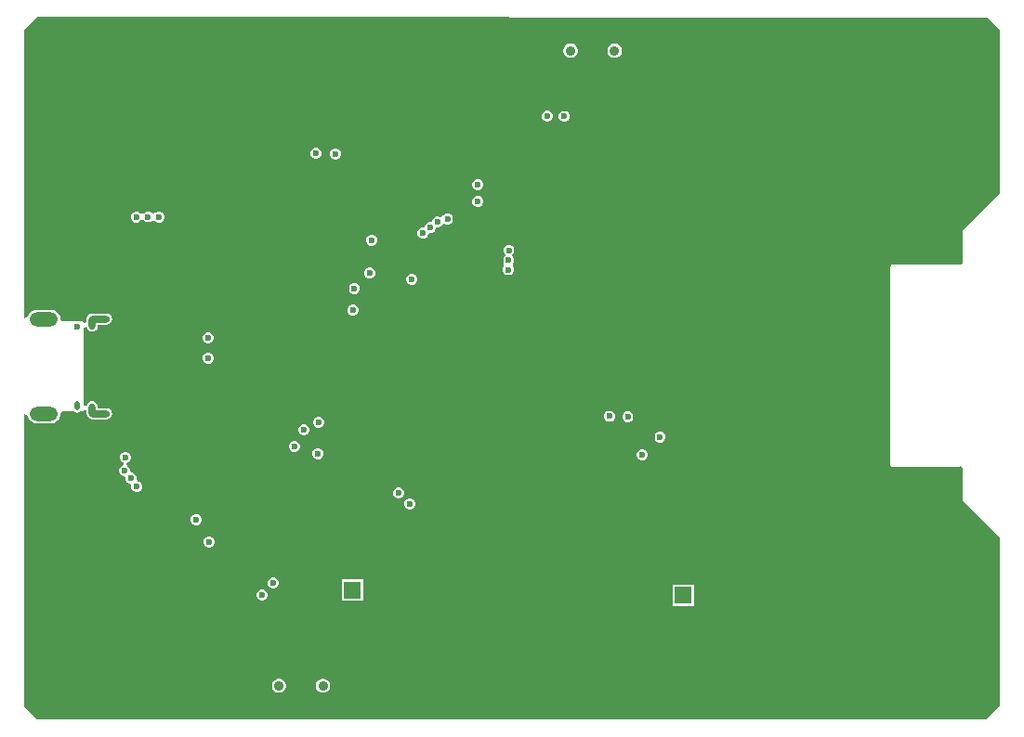
<source format=gbr>
%TF.GenerationSoftware,Altium Limited,Altium Designer,25.3.3 (18)*%
G04 Layer_Physical_Order=2*
G04 Layer_Color=36540*
%FSLAX45Y45*%
%MOMM*%
%TF.SameCoordinates,C60B5D50-6102-498E-8A7F-52ABF2EF578F*%
%TF.FilePolarity,Positive*%
%TF.FileFunction,Copper,L2,Inr,Signal*%
%TF.Part,Single*%
G01*
G75*
%TA.AperFunction,ComponentPad*%
%ADD58C,0.90000*%
G04:AMPARAMS|DCode=59|XSize=1.25mm|YSize=0.6mm|CornerRadius=0.3mm|HoleSize=0mm|Usage=FLASHONLY|Rotation=90.000|XOffset=0mm|YOffset=0mm|HoleType=Round|Shape=RoundedRectangle|*
%AMROUNDEDRECTD59*
21,1,1.25000,0.00000,0,0,90.0*
21,1,0.65000,0.60000,0,0,90.0*
1,1,0.60000,0.00000,0.32500*
1,1,0.60000,0.00000,-0.32500*
1,1,0.60000,0.00000,-0.32500*
1,1,0.60000,0.00000,0.32500*
%
%ADD59ROUNDEDRECTD59*%
G04:AMPARAMS|DCode=60|XSize=2.6mm|YSize=1.3mm|CornerRadius=0.65mm|HoleSize=0mm|Usage=FLASHONLY|Rotation=180.000|XOffset=0mm|YOffset=0mm|HoleType=Round|Shape=RoundedRectangle|*
%AMROUNDEDRECTD60*
21,1,2.60000,0.00000,0,0,180.0*
21,1,1.30000,1.30000,0,0,180.0*
1,1,1.30000,-0.65000,0.00000*
1,1,1.30000,0.65000,0.00000*
1,1,1.30000,0.65000,0.00000*
1,1,1.30000,-0.65000,0.00000*
%
%ADD60ROUNDEDRECTD60*%
G04:AMPARAMS|DCode=61|XSize=0.6mm|YSize=1.9mm|CornerRadius=0.3mm|HoleSize=0mm|Usage=FLASHONLY|Rotation=90.000|XOffset=0mm|YOffset=0mm|HoleType=Round|Shape=RoundedRectangle|*
%AMROUNDEDRECTD61*
21,1,0.60000,1.30000,0,0,90.0*
21,1,0.00000,1.90000,0,0,90.0*
1,1,0.60000,0.65000,0.00000*
1,1,0.60000,0.65000,0.00000*
1,1,0.60000,-0.65000,0.00000*
1,1,0.60000,-0.65000,0.00000*
%
%ADD61ROUNDEDRECTD61*%
%ADD62C,0.60000*%
G04:AMPARAMS|DCode=63|XSize=0.85mm|YSize=0.5mm|CornerRadius=0.25mm|HoleSize=0mm|Usage=FLASHONLY|Rotation=270.000|XOffset=0mm|YOffset=0mm|HoleType=Round|Shape=RoundedRectangle|*
%AMROUNDEDRECTD63*
21,1,0.85000,0.00000,0,0,270.0*
21,1,0.35000,0.50000,0,0,270.0*
1,1,0.50000,0.00000,-0.17500*
1,1,0.50000,0.00000,0.17500*
1,1,0.50000,0.00000,0.17500*
1,1,0.50000,0.00000,-0.17500*
%
%ADD63ROUNDEDRECTD63*%
%ADD64C,1.54060*%
%ADD65R,1.54060X1.54060*%
%TA.AperFunction,ViaPad*%
%ADD66C,0.60000*%
%ADD67C,0.50000*%
G36*
X14610001Y10680000D02*
X14725000Y10565000D01*
Y9075000D01*
X14387500Y8737500D01*
Y8440451D01*
X14382243Y8435087D01*
X14362100Y8423445D01*
X14361604Y8423543D01*
X13742604D01*
X13734801Y8421991D01*
X13728185Y8417571D01*
X13723764Y8410955D01*
X13722212Y8403152D01*
Y6603152D01*
X13723764Y6595348D01*
X13728185Y6588732D01*
X13734801Y6584312D01*
X13742604Y6582760D01*
X14361604D01*
X14362100Y6582859D01*
X14382243Y6571217D01*
X14387500Y6565853D01*
Y6275000D01*
X14725000Y5937500D01*
Y4400000D01*
X14600000Y4275000D01*
X5950000D01*
X5835000Y4387500D01*
Y7058409D01*
X5836732Y7059061D01*
X5864546Y7042389D01*
X5864688Y7041311D01*
X5873253Y7020634D01*
X5886877Y7002878D01*
X5904633Y6989253D01*
X5925310Y6980688D01*
X5947500Y6977767D01*
X6077500D01*
X6099690Y6980688D01*
X6120367Y6989253D01*
X6138123Y7002878D01*
X6151747Y7020634D01*
X6160312Y7041311D01*
X6163234Y7063500D01*
X6162900Y7066031D01*
X6179648Y7085128D01*
X6285700D01*
X6299942Y7075611D01*
X6317500Y7072119D01*
X6335058Y7075611D01*
X6349300Y7085128D01*
X6357512D01*
X6365316Y7086680D01*
X6371931Y7091100D01*
X6376352Y7097716D01*
X6401520Y7094051D01*
Y7063500D01*
X6405401Y7043991D01*
X6416452Y7027452D01*
X6432991Y7016401D01*
X6452500Y7012520D01*
X6582500D01*
X6602009Y7016401D01*
X6618548Y7027452D01*
X6629599Y7043991D01*
X6633479Y7063500D01*
X6629599Y7083009D01*
X6618548Y7099548D01*
X6602009Y7110599D01*
X6582500Y7114480D01*
X6503479D01*
Y7128500D01*
X6499599Y7148009D01*
X6488548Y7164548D01*
X6472009Y7175599D01*
X6452500Y7179480D01*
X6432991Y7175599D01*
X6416452Y7164548D01*
X6405401Y7148009D01*
X6403304Y7137467D01*
X6377904Y7139969D01*
Y7851033D01*
X6403304Y7853535D01*
X6405401Y7842991D01*
X6416452Y7826452D01*
X6432991Y7815401D01*
X6452500Y7811521D01*
X6472009Y7815401D01*
X6488548Y7826452D01*
X6499599Y7842991D01*
X6503480Y7862500D01*
Y7876520D01*
X6582500D01*
X6602009Y7880401D01*
X6618548Y7891452D01*
X6629599Y7907991D01*
X6633479Y7927500D01*
X6629599Y7947009D01*
X6618548Y7963548D01*
X6602009Y7974599D01*
X6582500Y7978480D01*
X6452501D01*
X6452500Y7978480D01*
X6432991Y7974599D01*
X6416452Y7963548D01*
X6405401Y7947009D01*
X6401521Y7927500D01*
Y7896987D01*
X6376352Y7893323D01*
X6371931Y7899939D01*
X6365316Y7904359D01*
X6357512Y7905911D01*
X6179653D01*
X6162905Y7925008D01*
X6163234Y7927500D01*
X6160312Y7949689D01*
X6151747Y7970367D01*
X6138123Y7988123D01*
X6120367Y8001747D01*
X6099690Y8010312D01*
X6077500Y8013233D01*
X5947500D01*
X5925310Y8010312D01*
X5904633Y8001747D01*
X5886877Y7988123D01*
X5873253Y7970367D01*
X5864688Y7949689D01*
X5864551Y7948653D01*
X5836737Y7931982D01*
X5835000Y7932636D01*
Y10560000D01*
X5950000Y10682500D01*
X14610001Y10680000D01*
D02*
G37*
%LPC*%
G36*
X11221058Y10440000D02*
X11203943D01*
X11187411Y10435570D01*
X11172590Y10427013D01*
X11160487Y10414911D01*
X11151930Y10400089D01*
X11147500Y10383557D01*
Y10366442D01*
X11151930Y10349911D01*
X11160487Y10335089D01*
X11172590Y10322987D01*
X11187411Y10314430D01*
X11203943Y10310000D01*
X11221058D01*
X11237589Y10314430D01*
X11252411Y10322987D01*
X11264513Y10335089D01*
X11273070Y10349911D01*
X11277500Y10366442D01*
Y10383557D01*
X11273070Y10400089D01*
X11264513Y10414911D01*
X11252411Y10427013D01*
X11237589Y10435570D01*
X11221058Y10440000D01*
D02*
G37*
G36*
X10821057D02*
X10803942D01*
X10787411Y10435570D01*
X10772589Y10427013D01*
X10760487Y10414911D01*
X10751930Y10400089D01*
X10747500Y10383557D01*
Y10366442D01*
X10751930Y10349911D01*
X10760487Y10335089D01*
X10772589Y10322987D01*
X10787411Y10314430D01*
X10803942Y10310000D01*
X10821057D01*
X10837589Y10314430D01*
X10852411Y10322987D01*
X10864513Y10335089D01*
X10873070Y10349911D01*
X10877500Y10366442D01*
Y10383557D01*
X10873070Y10400089D01*
X10864513Y10414911D01*
X10852411Y10427013D01*
X10837589Y10435570D01*
X10821057Y10440000D01*
D02*
G37*
G36*
X10609946Y9827500D02*
X10590054D01*
X10571677Y9819888D01*
X10557612Y9805823D01*
X10550000Y9787445D01*
Y9767554D01*
X10557612Y9749177D01*
X10571677Y9735112D01*
X10590054Y9727500D01*
X10609946D01*
X10628323Y9735112D01*
X10642388Y9749177D01*
X10650000Y9767554D01*
Y9787445D01*
X10642388Y9805823D01*
X10628323Y9819888D01*
X10609946Y9827500D01*
D02*
G37*
G36*
X10764946Y9825000D02*
X10745054D01*
X10726677Y9817388D01*
X10712612Y9803323D01*
X10705000Y9784946D01*
Y9765054D01*
X10712612Y9746677D01*
X10726677Y9732612D01*
X10745054Y9725000D01*
X10764946D01*
X10783323Y9732612D01*
X10797388Y9746677D01*
X10805000Y9765054D01*
Y9784946D01*
X10797388Y9803323D01*
X10783323Y9817388D01*
X10764946Y9825000D01*
D02*
G37*
G36*
X8502446Y9487362D02*
X8482554D01*
X8464177Y9479750D01*
X8450112Y9465685D01*
X8442500Y9447307D01*
Y9427416D01*
X8450112Y9409039D01*
X8464177Y9394974D01*
X8482554Y9387362D01*
X8502446D01*
X8520823Y9394974D01*
X8534888Y9409039D01*
X8542500Y9427416D01*
Y9447307D01*
X8534888Y9465685D01*
X8520823Y9479750D01*
X8502446Y9487362D01*
D02*
G37*
G36*
X8679946Y9485049D02*
X8660054D01*
X8641677Y9477437D01*
X8627612Y9463372D01*
X8620000Y9444995D01*
Y9425103D01*
X8627612Y9406726D01*
X8641677Y9392661D01*
X8660054Y9385049D01*
X8679946D01*
X8698323Y9392661D01*
X8712388Y9406726D01*
X8720000Y9425103D01*
Y9444995D01*
X8712388Y9463372D01*
X8698323Y9477437D01*
X8679946Y9485049D01*
D02*
G37*
G36*
X9977369Y9202500D02*
X9957478D01*
X9939101Y9194888D01*
X9925036Y9180823D01*
X9917424Y9162446D01*
Y9142554D01*
X9925036Y9124177D01*
X9939101Y9110112D01*
X9957478Y9102500D01*
X9977369D01*
X9995746Y9110112D01*
X10009812Y9124177D01*
X10017423Y9142554D01*
Y9162446D01*
X10009812Y9180823D01*
X9995746Y9194888D01*
X9977369Y9202500D01*
D02*
G37*
G36*
X9977446Y9047500D02*
X9957554D01*
X9939177Y9039888D01*
X9925112Y9025823D01*
X9917500Y9007446D01*
Y8987554D01*
X9925112Y8969177D01*
X9939177Y8955112D01*
X9957554Y8947500D01*
X9977446D01*
X9995823Y8955112D01*
X10009888Y8969177D01*
X10017500Y8987554D01*
Y9007446D01*
X10009888Y9025823D01*
X9995823Y9039888D01*
X9977446Y9047500D01*
D02*
G37*
G36*
X6972446Y8910000D02*
X6952554D01*
X6934177Y8902388D01*
X6922752Y8890963D01*
X6912092Y8888803D01*
X6893284Y8889927D01*
X6883323Y8899888D01*
X6864946Y8907500D01*
X6845054D01*
X6826677Y8899888D01*
X6812612Y8885823D01*
X6805000Y8867446D01*
Y8847554D01*
X6812612Y8829177D01*
X6826677Y8815112D01*
X6845054Y8807500D01*
X6864946D01*
X6883323Y8815112D01*
X6894748Y8826537D01*
X6905408Y8828697D01*
X6924216Y8827573D01*
X6934177Y8817612D01*
X6952554Y8810000D01*
X6972446D01*
X6990823Y8817612D01*
X6995480Y8822270D01*
X7014211Y8827522D01*
X7027843Y8821446D01*
X7034177Y8815112D01*
X7052554Y8807500D01*
X7072446D01*
X7090823Y8815112D01*
X7104888Y8829177D01*
X7112500Y8847554D01*
Y8867446D01*
X7104888Y8885823D01*
X7090823Y8899888D01*
X7072446Y8907500D01*
X7052554D01*
X7034177Y8899888D01*
X7029520Y8895230D01*
X7010789Y8889978D01*
X6997157Y8896054D01*
X6990823Y8902388D01*
X6972446Y8910000D01*
D02*
G37*
G36*
X9699946Y8892500D02*
X9680054D01*
X9661677Y8884888D01*
X9647612Y8870823D01*
X9628291Y8856292D01*
X9617642Y8859789D01*
X9609131Y8863315D01*
X9589240D01*
X9570863Y8855703D01*
X9556797Y8841637D01*
X9549186Y8823260D01*
Y8813374D01*
X9544621Y8810324D01*
X9524730D01*
X9506353Y8802712D01*
X9492288Y8788647D01*
X9484676Y8770270D01*
Y8765098D01*
X9477286Y8760160D01*
X9457395D01*
X9439018Y8752548D01*
X9424952Y8738482D01*
X9417341Y8720105D01*
Y8700214D01*
X9424952Y8681837D01*
X9439018Y8667772D01*
X9457395Y8660160D01*
X9477286D01*
X9495663Y8667772D01*
X9509729Y8681837D01*
X9517340Y8700214D01*
Y8705386D01*
X9524731Y8710324D01*
X9544621D01*
X9562999Y8717936D01*
X9577064Y8732002D01*
X9584676Y8750379D01*
Y8760265D01*
X9589240Y8763315D01*
X9609131D01*
X9627508Y8770927D01*
X9641573Y8784992D01*
X9660894Y8799523D01*
X9671544Y8796025D01*
X9680054Y8792500D01*
X9699946D01*
X9718323Y8800112D01*
X9732388Y8814177D01*
X9740000Y8832554D01*
Y8852446D01*
X9732388Y8870823D01*
X9718323Y8884888D01*
X9699946Y8892500D01*
D02*
G37*
G36*
X9007446Y8697500D02*
X8987554D01*
X8969177Y8689888D01*
X8955112Y8675823D01*
X8947500Y8657446D01*
Y8637554D01*
X8955112Y8619177D01*
X8969177Y8605112D01*
X8987554Y8597500D01*
X9007446D01*
X9025823Y8605112D01*
X9039888Y8619177D01*
X9047500Y8637554D01*
Y8657446D01*
X9039888Y8675823D01*
X9025823Y8689888D01*
X9007446Y8697500D01*
D02*
G37*
G36*
X10258407Y8603462D02*
X10238516D01*
X10220139Y8595850D01*
X10206074Y8581784D01*
X10198462Y8563407D01*
Y8543516D01*
X10206074Y8525139D01*
X10206158Y8525055D01*
X10217512Y8507466D01*
X10206158Y8491868D01*
X10205112Y8490823D01*
X10197500Y8472446D01*
Y8452554D01*
X10205112Y8434177D01*
X10202612Y8405822D01*
X10195000Y8387446D01*
Y8367554D01*
X10202612Y8349177D01*
X10216677Y8335112D01*
X10235054Y8327500D01*
X10254946D01*
X10273323Y8335112D01*
X10287388Y8349177D01*
X10295000Y8367554D01*
Y8387446D01*
X10287388Y8405822D01*
X10289888Y8434177D01*
X10297500Y8452554D01*
Y8472446D01*
X10289888Y8490823D01*
X10289804Y8490907D01*
X10278449Y8508496D01*
X10289804Y8524093D01*
X10290850Y8525139D01*
X10298462Y8543516D01*
Y8563407D01*
X10290850Y8581784D01*
X10276785Y8595850D01*
X10258407Y8603462D01*
D02*
G37*
G36*
X8989946Y8395000D02*
X8970054D01*
X8951677Y8387388D01*
X8937612Y8373323D01*
X8930000Y8354946D01*
Y8335054D01*
X8937612Y8316677D01*
X8951677Y8302612D01*
X8970054Y8295000D01*
X8989946D01*
X9008323Y8302612D01*
X9022388Y8316677D01*
X9030000Y8335054D01*
Y8354946D01*
X9022388Y8373323D01*
X9008323Y8387388D01*
X8989946Y8395000D01*
D02*
G37*
G36*
X9374946Y8340000D02*
X9355054D01*
X9336677Y8332388D01*
X9322612Y8318323D01*
X9315000Y8299946D01*
Y8280054D01*
X9322612Y8261677D01*
X9336677Y8247612D01*
X9355054Y8240000D01*
X9374946D01*
X9393323Y8247612D01*
X9407388Y8261677D01*
X9415000Y8280054D01*
Y8299946D01*
X9407388Y8318323D01*
X9393323Y8332388D01*
X9374946Y8340000D01*
D02*
G37*
G36*
X8852446Y8257500D02*
X8832554D01*
X8814177Y8249888D01*
X8800112Y8235823D01*
X8792500Y8217446D01*
Y8197554D01*
X8800112Y8179177D01*
X8814177Y8165112D01*
X8832554Y8157500D01*
X8852446D01*
X8870823Y8165112D01*
X8884888Y8179177D01*
X8892500Y8197554D01*
Y8217446D01*
X8884888Y8235823D01*
X8870823Y8249888D01*
X8852446Y8257500D01*
D02*
G37*
G36*
X8837446Y8056992D02*
X8817554D01*
X8799177Y8049380D01*
X8785112Y8035314D01*
X8777500Y8016937D01*
Y7997046D01*
X8785112Y7978669D01*
X8799177Y7964604D01*
X8817554Y7956992D01*
X8837446D01*
X8855823Y7964604D01*
X8869888Y7978669D01*
X8877500Y7997046D01*
Y8016937D01*
X8869888Y8035314D01*
X8855823Y8049380D01*
X8837446Y8056992D01*
D02*
G37*
G36*
X7519946Y7805000D02*
X7500054D01*
X7481677Y7797388D01*
X7467612Y7783323D01*
X7460000Y7764946D01*
Y7745054D01*
X7467612Y7726677D01*
X7481677Y7712612D01*
X7500054Y7705000D01*
X7519946D01*
X7538323Y7712612D01*
X7552388Y7726677D01*
X7560000Y7745054D01*
Y7764946D01*
X7552388Y7783323D01*
X7538323Y7797388D01*
X7519946Y7805000D01*
D02*
G37*
G36*
X7520749Y7621696D02*
X7500858D01*
X7482481Y7614084D01*
X7468416Y7600019D01*
X7460804Y7581642D01*
Y7561751D01*
X7468416Y7543374D01*
X7482481Y7529308D01*
X7500858Y7521696D01*
X7520749D01*
X7539126Y7529308D01*
X7553192Y7543374D01*
X7560804Y7561751D01*
Y7581642D01*
X7553192Y7600019D01*
X7539126Y7614084D01*
X7520749Y7621696D01*
D02*
G37*
G36*
X11174946Y7090000D02*
X11155054D01*
X11136677Y7082388D01*
X11122612Y7068323D01*
X11115000Y7049946D01*
Y7030054D01*
X11122612Y7011677D01*
X11136677Y6997612D01*
X11155054Y6990000D01*
X11174946D01*
X11193323Y6997612D01*
X11207388Y7011677D01*
X11215000Y7030054D01*
Y7049946D01*
X11207388Y7068323D01*
X11193323Y7082388D01*
X11174946Y7090000D01*
D02*
G37*
G36*
X11342446Y7085000D02*
X11322554D01*
X11304177Y7077388D01*
X11290112Y7063323D01*
X11282500Y7044946D01*
Y7025054D01*
X11290112Y7006677D01*
X11304177Y6992612D01*
X11322554Y6985000D01*
X11342446D01*
X11360823Y6992612D01*
X11374888Y7006677D01*
X11382500Y7025054D01*
Y7044946D01*
X11374888Y7063323D01*
X11360823Y7077388D01*
X11342446Y7085000D01*
D02*
G37*
G36*
X8524946Y7035000D02*
X8505054D01*
X8486677Y7027388D01*
X8472612Y7013323D01*
X8465000Y6994946D01*
Y6975054D01*
X8472612Y6956677D01*
X8486677Y6942612D01*
X8505054Y6935000D01*
X8524946D01*
X8543323Y6942612D01*
X8557388Y6956677D01*
X8565000Y6975054D01*
Y6994946D01*
X8557388Y7013323D01*
X8543323Y7027388D01*
X8524946Y7035000D01*
D02*
G37*
G36*
X8389946Y6967500D02*
X8370054D01*
X8351677Y6959888D01*
X8337612Y6945823D01*
X8330000Y6927446D01*
Y6907554D01*
X8337612Y6889177D01*
X8351677Y6875112D01*
X8370054Y6867500D01*
X8389946D01*
X8408323Y6875112D01*
X8422388Y6889177D01*
X8430000Y6907554D01*
Y6927446D01*
X8422388Y6945823D01*
X8408323Y6959888D01*
X8389946Y6967500D01*
D02*
G37*
G36*
X11637446Y6902500D02*
X11617554D01*
X11599177Y6894888D01*
X11585112Y6880823D01*
X11577500Y6862446D01*
Y6842554D01*
X11585112Y6824177D01*
X11599177Y6810112D01*
X11617554Y6802500D01*
X11637446D01*
X11655823Y6810112D01*
X11669888Y6824177D01*
X11677500Y6842554D01*
Y6862446D01*
X11669888Y6880823D01*
X11655823Y6894888D01*
X11637446Y6902500D01*
D02*
G37*
G36*
X8304946Y6815000D02*
X8285054D01*
X8266677Y6807388D01*
X8252612Y6793323D01*
X8245000Y6774946D01*
Y6755054D01*
X8252612Y6736677D01*
X8266677Y6722612D01*
X8285054Y6715000D01*
X8304946D01*
X8323323Y6722612D01*
X8337388Y6736677D01*
X8345000Y6755054D01*
Y6774946D01*
X8337388Y6793323D01*
X8323323Y6807388D01*
X8304946Y6815000D01*
D02*
G37*
G36*
X8519946Y6750000D02*
X8500054D01*
X8481677Y6742388D01*
X8467612Y6728323D01*
X8460000Y6709946D01*
Y6690054D01*
X8467612Y6671677D01*
X8481677Y6657612D01*
X8500054Y6650000D01*
X8519946D01*
X8538323Y6657612D01*
X8552388Y6671677D01*
X8560000Y6690054D01*
Y6709946D01*
X8552388Y6728323D01*
X8538323Y6742388D01*
X8519946Y6750000D01*
D02*
G37*
G36*
X11474946Y6737500D02*
X11455054D01*
X11436677Y6729888D01*
X11422612Y6715823D01*
X11415000Y6697446D01*
Y6677554D01*
X11422612Y6659177D01*
X11436677Y6645112D01*
X11455054Y6637500D01*
X11474946D01*
X11493323Y6645112D01*
X11507388Y6659177D01*
X11515000Y6677554D01*
Y6697446D01*
X11507388Y6715823D01*
X11493323Y6729888D01*
X11474946Y6737500D01*
D02*
G37*
G36*
X6767446Y6715000D02*
X6747554D01*
X6729177Y6707388D01*
X6715112Y6693323D01*
X6707500Y6674946D01*
Y6655054D01*
X6715112Y6636677D01*
X6729177Y6622612D01*
X6736036Y6619771D01*
X6736771Y6607773D01*
X6733510Y6593325D01*
X6719177Y6587388D01*
X6705112Y6573323D01*
X6697500Y6554946D01*
Y6535054D01*
X6705112Y6516677D01*
X6719177Y6502612D01*
X6737554Y6495000D01*
X6755000Y6484946D01*
X6755000Y6465054D01*
X6762612Y6446677D01*
X6776677Y6432612D01*
X6792337Y6426126D01*
X6795054Y6425000D01*
X6810000Y6407445D01*
Y6387554D01*
X6817612Y6369177D01*
X6831677Y6355112D01*
X6850054Y6347500D01*
X6869946D01*
X6888323Y6355112D01*
X6902388Y6369177D01*
X6910000Y6387554D01*
Y6407446D01*
X6902388Y6425823D01*
X6888323Y6439888D01*
X6872663Y6446374D01*
X6869946Y6447500D01*
X6855000Y6465055D01*
Y6484946D01*
X6847388Y6503323D01*
X6833323Y6517388D01*
X6814946Y6525000D01*
X6797500Y6535054D01*
X6797500Y6554946D01*
X6789888Y6573323D01*
X6775823Y6587388D01*
X6768964Y6590229D01*
X6768229Y6602227D01*
X6771491Y6616675D01*
X6785823Y6622612D01*
X6799888Y6636677D01*
X6807500Y6655054D01*
Y6674946D01*
X6799888Y6693323D01*
X6785823Y6707388D01*
X6767446Y6715000D01*
D02*
G37*
G36*
X9254946Y6390000D02*
X9235054D01*
X9216677Y6382388D01*
X9202612Y6368323D01*
X9195000Y6349946D01*
Y6330054D01*
X9202612Y6311677D01*
X9216677Y6297612D01*
X9235054Y6290000D01*
X9254946D01*
X9273323Y6297612D01*
X9287388Y6311677D01*
X9295000Y6330054D01*
Y6349946D01*
X9287388Y6368323D01*
X9273323Y6382388D01*
X9254946Y6390000D01*
D02*
G37*
G36*
X9357446Y6292500D02*
X9337554D01*
X9319177Y6284888D01*
X9305112Y6270823D01*
X9297500Y6252446D01*
Y6232554D01*
X9305112Y6214177D01*
X9319177Y6200112D01*
X9337554Y6192500D01*
X9357446D01*
X9375823Y6200112D01*
X9389888Y6214177D01*
X9397500Y6232554D01*
Y6252446D01*
X9389888Y6270823D01*
X9375823Y6284888D01*
X9357446Y6292500D01*
D02*
G37*
G36*
X7412446Y6147500D02*
X7392554D01*
X7374177Y6139888D01*
X7360112Y6125823D01*
X7352500Y6107446D01*
Y6087554D01*
X7360112Y6069177D01*
X7374177Y6055112D01*
X7392554Y6047500D01*
X7412446D01*
X7430823Y6055112D01*
X7444888Y6069177D01*
X7452500Y6087554D01*
Y6107446D01*
X7444888Y6125823D01*
X7430823Y6139888D01*
X7412446Y6147500D01*
D02*
G37*
G36*
X7527446Y5945000D02*
X7507554D01*
X7489177Y5937388D01*
X7475112Y5923323D01*
X7467500Y5904946D01*
Y5885054D01*
X7475112Y5866677D01*
X7489177Y5852612D01*
X7507554Y5845000D01*
X7527446D01*
X7545823Y5852612D01*
X7559888Y5866677D01*
X7567500Y5885054D01*
Y5904946D01*
X7559888Y5923323D01*
X7545823Y5937388D01*
X7527446Y5945000D01*
D02*
G37*
G36*
X8112446Y5567500D02*
X8092554D01*
X8074177Y5559888D01*
X8060112Y5545823D01*
X8052500Y5527446D01*
Y5507554D01*
X8060112Y5489177D01*
X8074177Y5475112D01*
X8092554Y5467500D01*
X8112446D01*
X8130823Y5475112D01*
X8144888Y5489177D01*
X8152500Y5507554D01*
Y5527446D01*
X8144888Y5545823D01*
X8130823Y5559888D01*
X8112446Y5567500D01*
D02*
G37*
G36*
X8009946Y5460000D02*
X7990054D01*
X7971677Y5452388D01*
X7957612Y5438323D01*
X7950000Y5419946D01*
Y5400054D01*
X7957612Y5381677D01*
X7971677Y5367612D01*
X7990054Y5360000D01*
X8009946D01*
X8028323Y5367612D01*
X8042388Y5381677D01*
X8050000Y5400054D01*
Y5419946D01*
X8042388Y5438323D01*
X8028323Y5452388D01*
X8009946Y5460000D01*
D02*
G37*
G36*
X8919340Y5552030D02*
X8725280D01*
Y5357970D01*
X8919340D01*
Y5552030D01*
D02*
G37*
G36*
X11936840Y5504530D02*
X11742780D01*
Y5310470D01*
X11936840D01*
Y5504530D01*
D02*
G37*
G36*
X8563558Y4647500D02*
X8546443D01*
X8529911Y4643070D01*
X8515089Y4634513D01*
X8502987Y4622411D01*
X8494430Y4607589D01*
X8490000Y4591058D01*
Y4573943D01*
X8494430Y4557411D01*
X8502987Y4542589D01*
X8515089Y4530487D01*
X8529911Y4521930D01*
X8546443Y4517500D01*
X8563558D01*
X8580089Y4521930D01*
X8594911Y4530487D01*
X8607013Y4542589D01*
X8615570Y4557411D01*
X8620000Y4573943D01*
Y4591058D01*
X8615570Y4607589D01*
X8607013Y4622411D01*
X8594911Y4634513D01*
X8580089Y4643070D01*
X8563558Y4647500D01*
D02*
G37*
G36*
X8163557D02*
X8146442D01*
X8129911Y4643070D01*
X8115089Y4634513D01*
X8102987Y4622411D01*
X8094430Y4607589D01*
X8090000Y4591058D01*
Y4573943D01*
X8094430Y4557411D01*
X8102987Y4542589D01*
X8115089Y4530487D01*
X8129911Y4521930D01*
X8146442Y4517500D01*
X8163557D01*
X8180089Y4521930D01*
X8194911Y4530487D01*
X8207013Y4542589D01*
X8215570Y4557411D01*
X8220000Y4573943D01*
Y4591058D01*
X8215570Y4607589D01*
X8207013Y4622411D01*
X8194911Y4634513D01*
X8180089Y4643070D01*
X8163557Y4647500D01*
D02*
G37*
%LPD*%
D58*
X10812500Y10375000D02*
D03*
X11212500D02*
D03*
X8555000Y4582500D02*
D03*
X8155000D02*
D03*
D59*
X6452500Y7895000D02*
D03*
X6452500Y7096000D02*
D03*
D60*
X6012500Y7063500D02*
D03*
Y7927500D02*
D03*
D61*
X6517500D02*
D03*
Y7063500D02*
D03*
D62*
X6317500Y7855500D02*
D03*
D63*
Y7135500D02*
D03*
D64*
X12340190Y5407500D02*
D03*
X9322690Y5455000D02*
D03*
D65*
X11839810Y5407500D02*
D03*
X8822310Y5455000D02*
D03*
D66*
X8640000Y4977500D02*
D03*
X8602500Y4897500D02*
D03*
X8827500Y8006992D02*
D03*
X7047500Y7990000D02*
D03*
X13612500Y6467500D02*
D03*
X11677500Y8067500D02*
D03*
X7402500Y6097500D02*
D03*
X7517500Y5895000D02*
D03*
X8000000Y5410000D02*
D03*
X8102500Y5517500D02*
D03*
X6525000Y6057500D02*
D03*
X7510804Y7571696D02*
D03*
X7510000Y7755000D02*
D03*
X11340000Y8767500D02*
D03*
X11347500Y9192500D02*
D03*
X13637500Y9025000D02*
D03*
X6860000Y6397500D02*
D03*
X6805000Y6475000D02*
D03*
X6747500Y6545000D02*
D03*
X6757500Y6665000D02*
D03*
X8101317Y6266183D02*
D03*
X7930000Y5597500D02*
D03*
X9347500Y6242500D02*
D03*
X9245000Y6340000D02*
D03*
X11465000Y6687500D02*
D03*
X11627500Y6852500D02*
D03*
X8030000Y8032500D02*
D03*
X8607500Y8205000D02*
D03*
X8326716Y8108284D02*
D03*
X8383284Y8051716D02*
D03*
X8515000Y6985000D02*
D03*
X8510000Y6700000D02*
D03*
X8730000Y7920000D02*
D03*
X9220000Y6822500D02*
D03*
X8910000Y7302500D02*
D03*
X8965000Y6917500D02*
D03*
X8380000D02*
D03*
X8295000Y6765000D02*
D03*
X8195000Y6830000D02*
D03*
X7062500Y8857500D02*
D03*
X6962500Y8860000D02*
D03*
X6855000Y8857500D02*
D03*
X10248462Y8553462D02*
D03*
X8392500Y8522500D02*
D03*
X7830000Y7330000D02*
D03*
X10245000Y8377500D02*
D03*
X10247500Y8462500D02*
D03*
X9690000Y8842500D02*
D03*
X9599186Y8813315D02*
D03*
X9534676Y8760324D02*
D03*
X9467340Y8710160D02*
D03*
X9365000Y8290000D02*
D03*
X8920000Y10170000D02*
D03*
X8980000Y8345000D02*
D03*
X8842500Y8207500D02*
D03*
X10755000Y9775000D02*
D03*
X10600000Y9777500D02*
D03*
X9962500Y6460000D02*
D03*
X9498297Y6711702D02*
D03*
X9585000Y5590000D02*
D03*
X7712500Y9140000D02*
D03*
X8920000Y10285000D02*
D03*
X8400000Y10167500D02*
D03*
X9347500Y10290000D02*
D03*
X9982500Y9317500D02*
D03*
X11292500Y9932500D02*
D03*
X10772500Y7665000D02*
D03*
X10247500Y8287500D02*
D03*
X10585000Y8357500D02*
D03*
X8997500Y8647500D02*
D03*
X10405962Y6860962D02*
D03*
X10527500Y6742500D02*
D03*
X12535000Y5357500D02*
D03*
X11535000Y4892500D02*
D03*
X10687500Y5247500D02*
D03*
X10245000Y5240000D02*
D03*
X7130000Y6127500D02*
D03*
X11165000Y7040000D02*
D03*
X11332500Y7035000D02*
D03*
X11065000Y6337500D02*
D03*
X6435000Y8102500D02*
D03*
X6712500Y7007500D02*
D03*
X6742500Y8052500D02*
D03*
X7180000Y7607500D02*
D03*
X9967424Y9152500D02*
D03*
X9967500Y8997500D02*
D03*
X8670000Y9435049D02*
D03*
X8492500Y9437362D02*
D03*
D67*
X7325000Y8542500D02*
D03*
X7400000D02*
D03*
X7249999D02*
D03*
%TF.MD5,e50ebd0bc130ccde6e2c2fa60430871a*%
M02*

</source>
